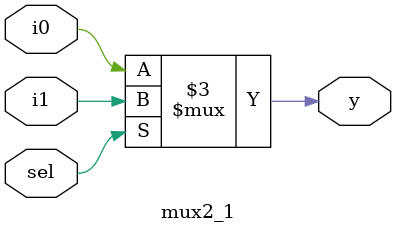
<source format=v>
module mux2_1(input i0,i1,sel,output reg y);
always@(*)begin
 if(sel)
    y<=i1;
 else
    y<=i0;

//next method

//assign y=sel?i1:i0;
end
endmodule

</source>
